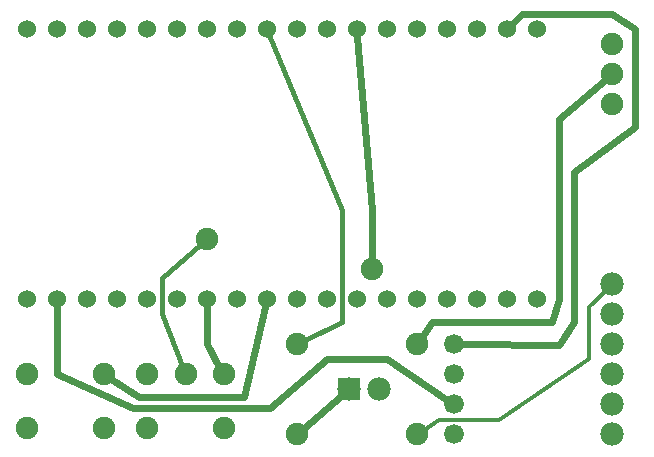
<source format=gtl>
G04 MADE WITH FRITZING*
G04 WWW.FRITZING.ORG*
G04 DOUBLE SIDED*
G04 HOLES PLATED*
G04 CONTOUR ON CENTER OF CONTOUR VECTOR*
%ASAXBY*%
%FSLAX23Y23*%
%MOIN*%
%OFA0B0*%
%SFA1.0B1.0*%
%ADD10C,0.075000*%
%ADD11C,0.078000*%
%ADD12C,0.075433*%
%ADD13C,0.060000*%
%ADD14C,0.066111*%
%ADD15R,0.078000X0.078000*%
%ADD16C,0.016000*%
%ADD17C,0.024000*%
%ADD18C,0.012000*%
%LNCOPPER1*%
G90*
G70*
G54D10*
X745Y100D03*
X489Y100D03*
X745Y277D03*
X489Y277D03*
X345Y100D03*
X89Y100D03*
X345Y277D03*
X89Y277D03*
X989Y377D03*
X1389Y377D03*
X2039Y1377D03*
X2039Y1277D03*
X2039Y1177D03*
G54D11*
X1164Y227D03*
X1264Y227D03*
X2039Y577D03*
X2039Y477D03*
X2039Y377D03*
X2039Y277D03*
X2039Y177D03*
X2039Y77D03*
G54D12*
X1239Y627D03*
X689Y727D03*
X620Y277D03*
G54D13*
X89Y1427D03*
X189Y1427D03*
X289Y1427D03*
X389Y1427D03*
X489Y1427D03*
X589Y1427D03*
X689Y1427D03*
X789Y1427D03*
X889Y1427D03*
X989Y1427D03*
X1089Y1427D03*
X1189Y1427D03*
X1289Y1427D03*
X1389Y1427D03*
X1489Y1427D03*
X1589Y1427D03*
X1689Y1427D03*
X1789Y1427D03*
X1789Y527D03*
X1689Y527D03*
X1589Y527D03*
X1489Y527D03*
X1389Y527D03*
X1289Y527D03*
X1189Y527D03*
X1089Y527D03*
X989Y527D03*
X889Y527D03*
X789Y527D03*
X689Y527D03*
X589Y527D03*
X489Y527D03*
X389Y527D03*
X289Y527D03*
X189Y527D03*
X89Y527D03*
G54D14*
X1514Y77D03*
X1514Y177D03*
X1514Y377D03*
X1514Y277D03*
G54D10*
X1389Y77D03*
X989Y77D03*
G54D15*
X1164Y227D03*
G54D16*
X896Y1409D02*
X1139Y826D01*
G54D17*
D02*
X731Y302D02*
X688Y378D01*
G54D16*
D02*
X1140Y453D02*
X1009Y387D01*
D02*
X1139Y826D02*
X1140Y453D01*
G54D17*
D02*
X369Y262D02*
X463Y202D01*
D02*
X688Y378D02*
X689Y502D01*
D02*
X813Y202D02*
X883Y503D01*
D02*
X463Y202D02*
X813Y202D01*
D02*
X1863Y527D02*
X1840Y452D01*
D02*
X1863Y1127D02*
X1863Y527D01*
D02*
X2017Y1259D02*
X1863Y1127D01*
D02*
X1706Y1445D02*
X1739Y1478D01*
D02*
X1739Y1478D02*
X2039Y1478D01*
D02*
X1239Y826D02*
X1191Y1402D01*
D02*
X1439Y452D02*
X1405Y401D01*
D02*
X1840Y452D02*
X1439Y452D01*
D02*
X1239Y656D02*
X1239Y826D01*
D02*
X2115Y1102D02*
X1913Y951D01*
D02*
X2039Y1478D02*
X2115Y1428D01*
D02*
X2115Y1428D02*
X2115Y1102D01*
D02*
X1913Y951D02*
X1913Y452D01*
D02*
X1863Y376D02*
X1541Y377D01*
D02*
X1913Y452D02*
X1863Y376D01*
D02*
X189Y502D02*
X188Y278D01*
D02*
X900Y165D02*
X1089Y328D01*
D02*
X444Y165D02*
X900Y165D01*
D02*
X188Y278D02*
X444Y165D01*
G54D18*
D02*
X1408Y90D02*
X1464Y126D01*
D02*
X1464Y126D02*
X1664Y126D01*
D02*
X1664Y126D02*
X1964Y328D01*
D02*
X1964Y328D02*
X1964Y502D01*
D02*
X1964Y502D02*
X2022Y560D01*
G54D17*
D02*
X1288Y328D02*
X1491Y192D01*
D02*
X1089Y328D02*
X1288Y328D01*
D02*
X1141Y207D02*
X1011Y96D01*
G54D16*
D02*
X540Y477D02*
X611Y299D01*
D02*
X540Y597D02*
X540Y477D01*
D02*
X671Y712D02*
X540Y597D01*
G04 End of Copper1*
M02*
</source>
